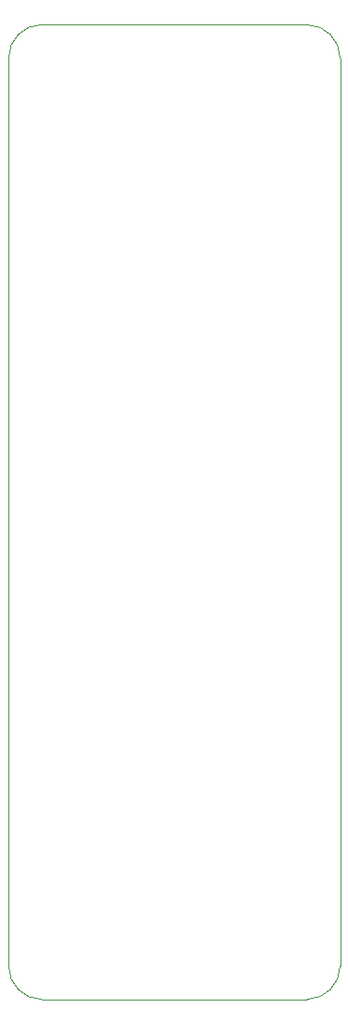
<source format=gbr>
%TF.GenerationSoftware,KiCad,Pcbnew,9.0.7*%
%TF.CreationDate,2026-02-02T21:57:33-08:00*%
%TF.ProjectId,IcePi_Zero_PMOD_Breakout,49636550-695f-45a6-9572-6f5f504d4f44,rev?*%
%TF.SameCoordinates,Original*%
%TF.FileFunction,Profile,NP*%
%FSLAX46Y46*%
G04 Gerber Fmt 4.6, Leading zero omitted, Abs format (unit mm)*
G04 Created by KiCad (PCBNEW 9.0.7) date 2026-02-02 21:57:33*
%MOMM*%
%LPD*%
G01*
G04 APERTURE LIST*
%TA.AperFunction,Profile*%
%ADD10C,0.050000*%
%TD*%
G04 APERTURE END LIST*
D10*
X96250000Y-37250000D02*
X96250000Y-119250000D01*
X69250000Y-122250001D02*
X93250000Y-122250001D01*
X93250000Y-34250000D02*
X69250000Y-34250000D01*
X96250000Y-119250001D02*
G75*
G02*
X93250000Y-122250000I-3000000J1D01*
G01*
X66250000Y-37250000D02*
G75*
G02*
X69250000Y-34250000I3000000J0D01*
G01*
X93250000Y-34250000D02*
G75*
G02*
X96250000Y-37250000I0J-3000000D01*
G01*
X66250000Y-37250000D02*
X66250000Y-119250000D01*
X69250000Y-122250001D02*
G75*
G02*
X66249999Y-119250001I0J3000001D01*
G01*
M02*

</source>
